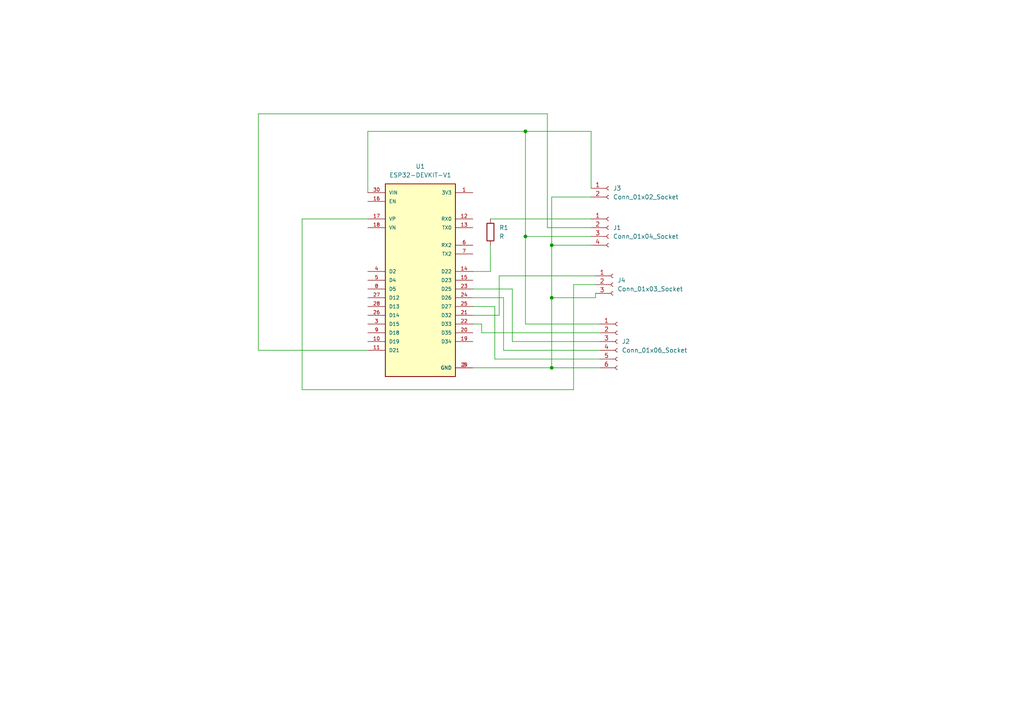
<source format=kicad_sch>
(kicad_sch (version 20230121) (generator eeschema)

  (uuid 4fb1fd80-0833-41a1-a390-6220bcd1882c)

  (paper "A4")

  (lib_symbols
    (symbol "Connector:Conn_01x02_Socket" (pin_names (offset 1.016) hide) (in_bom yes) (on_board yes)
      (property "Reference" "J" (at 0 2.54 0)
        (effects (font (size 1.27 1.27)))
      )
      (property "Value" "Conn_01x02_Socket" (at 0 -5.08 0)
        (effects (font (size 1.27 1.27)))
      )
      (property "Footprint" "" (at 0 0 0)
        (effects (font (size 1.27 1.27)) hide)
      )
      (property "Datasheet" "~" (at 0 0 0)
        (effects (font (size 1.27 1.27)) hide)
      )
      (property "ki_locked" "" (at 0 0 0)
        (effects (font (size 1.27 1.27)))
      )
      (property "ki_keywords" "connector" (at 0 0 0)
        (effects (font (size 1.27 1.27)) hide)
      )
      (property "ki_description" "Generic connector, single row, 01x02, script generated" (at 0 0 0)
        (effects (font (size 1.27 1.27)) hide)
      )
      (property "ki_fp_filters" "Connector*:*_1x??_*" (at 0 0 0)
        (effects (font (size 1.27 1.27)) hide)
      )
      (symbol "Conn_01x02_Socket_1_1"
        (arc (start 0 -2.032) (mid -0.5058 -2.54) (end 0 -3.048)
          (stroke (width 0.1524) (type default))
          (fill (type none))
        )
        (polyline
          (pts
            (xy -1.27 -2.54)
            (xy -0.508 -2.54)
          )
          (stroke (width 0.1524) (type default))
          (fill (type none))
        )
        (polyline
          (pts
            (xy -1.27 0)
            (xy -0.508 0)
          )
          (stroke (width 0.1524) (type default))
          (fill (type none))
        )
        (arc (start 0 0.508) (mid -0.5058 0) (end 0 -0.508)
          (stroke (width 0.1524) (type default))
          (fill (type none))
        )
        (pin passive line (at -5.08 0 0) (length 3.81)
          (name "Pin_1" (effects (font (size 1.27 1.27))))
          (number "1" (effects (font (size 1.27 1.27))))
        )
        (pin passive line (at -5.08 -2.54 0) (length 3.81)
          (name "Pin_2" (effects (font (size 1.27 1.27))))
          (number "2" (effects (font (size 1.27 1.27))))
        )
      )
    )
    (symbol "Connector:Conn_01x03_Socket" (pin_names (offset 1.016) hide) (in_bom yes) (on_board yes)
      (property "Reference" "J" (at 0 5.08 0)
        (effects (font (size 1.27 1.27)))
      )
      (property "Value" "Conn_01x03_Socket" (at 0 -5.08 0)
        (effects (font (size 1.27 1.27)))
      )
      (property "Footprint" "" (at 0 0 0)
        (effects (font (size 1.27 1.27)) hide)
      )
      (property "Datasheet" "~" (at 0 0 0)
        (effects (font (size 1.27 1.27)) hide)
      )
      (property "ki_locked" "" (at 0 0 0)
        (effects (font (size 1.27 1.27)))
      )
      (property "ki_keywords" "connector" (at 0 0 0)
        (effects (font (size 1.27 1.27)) hide)
      )
      (property "ki_description" "Generic connector, single row, 01x03, script generated" (at 0 0 0)
        (effects (font (size 1.27 1.27)) hide)
      )
      (property "ki_fp_filters" "Connector*:*_1x??_*" (at 0 0 0)
        (effects (font (size 1.27 1.27)) hide)
      )
      (symbol "Conn_01x03_Socket_1_1"
        (arc (start 0 -2.032) (mid -0.5058 -2.54) (end 0 -3.048)
          (stroke (width 0.1524) (type default))
          (fill (type none))
        )
        (polyline
          (pts
            (xy -1.27 -2.54)
            (xy -0.508 -2.54)
          )
          (stroke (width 0.1524) (type default))
          (fill (type none))
        )
        (polyline
          (pts
            (xy -1.27 0)
            (xy -0.508 0)
          )
          (stroke (width 0.1524) (type default))
          (fill (type none))
        )
        (polyline
          (pts
            (xy -1.27 2.54)
            (xy -0.508 2.54)
          )
          (stroke (width 0.1524) (type default))
          (fill (type none))
        )
        (arc (start 0 0.508) (mid -0.5058 0) (end 0 -0.508)
          (stroke (width 0.1524) (type default))
          (fill (type none))
        )
        (arc (start 0 3.048) (mid -0.5058 2.54) (end 0 2.032)
          (stroke (width 0.1524) (type default))
          (fill (type none))
        )
        (pin passive line (at -5.08 2.54 0) (length 3.81)
          (name "Pin_1" (effects (font (size 1.27 1.27))))
          (number "1" (effects (font (size 1.27 1.27))))
        )
        (pin passive line (at -5.08 0 0) (length 3.81)
          (name "Pin_2" (effects (font (size 1.27 1.27))))
          (number "2" (effects (font (size 1.27 1.27))))
        )
        (pin passive line (at -5.08 -2.54 0) (length 3.81)
          (name "Pin_3" (effects (font (size 1.27 1.27))))
          (number "3" (effects (font (size 1.27 1.27))))
        )
      )
    )
    (symbol "Connector:Conn_01x04_Socket" (pin_names (offset 1.016) hide) (in_bom yes) (on_board yes)
      (property "Reference" "J" (at 0 5.08 0)
        (effects (font (size 1.27 1.27)))
      )
      (property "Value" "Conn_01x04_Socket" (at 0 -7.62 0)
        (effects (font (size 1.27 1.27)))
      )
      (property "Footprint" "" (at 0 0 0)
        (effects (font (size 1.27 1.27)) hide)
      )
      (property "Datasheet" "~" (at 0 0 0)
        (effects (font (size 1.27 1.27)) hide)
      )
      (property "ki_locked" "" (at 0 0 0)
        (effects (font (size 1.27 1.27)))
      )
      (property "ki_keywords" "connector" (at 0 0 0)
        (effects (font (size 1.27 1.27)) hide)
      )
      (property "ki_description" "Generic connector, single row, 01x04, script generated" (at 0 0 0)
        (effects (font (size 1.27 1.27)) hide)
      )
      (property "ki_fp_filters" "Connector*:*_1x??_*" (at 0 0 0)
        (effects (font (size 1.27 1.27)) hide)
      )
      (symbol "Conn_01x04_Socket_1_1"
        (arc (start 0 -4.572) (mid -0.5058 -5.08) (end 0 -5.588)
          (stroke (width 0.1524) (type default))
          (fill (type none))
        )
        (arc (start 0 -2.032) (mid -0.5058 -2.54) (end 0 -3.048)
          (stroke (width 0.1524) (type default))
          (fill (type none))
        )
        (polyline
          (pts
            (xy -1.27 -5.08)
            (xy -0.508 -5.08)
          )
          (stroke (width 0.1524) (type default))
          (fill (type none))
        )
        (polyline
          (pts
            (xy -1.27 -2.54)
            (xy -0.508 -2.54)
          )
          (stroke (width 0.1524) (type default))
          (fill (type none))
        )
        (polyline
          (pts
            (xy -1.27 0)
            (xy -0.508 0)
          )
          (stroke (width 0.1524) (type default))
          (fill (type none))
        )
        (polyline
          (pts
            (xy -1.27 2.54)
            (xy -0.508 2.54)
          )
          (stroke (width 0.1524) (type default))
          (fill (type none))
        )
        (arc (start 0 0.508) (mid -0.5058 0) (end 0 -0.508)
          (stroke (width 0.1524) (type default))
          (fill (type none))
        )
        (arc (start 0 3.048) (mid -0.5058 2.54) (end 0 2.032)
          (stroke (width 0.1524) (type default))
          (fill (type none))
        )
        (pin passive line (at -5.08 2.54 0) (length 3.81)
          (name "Pin_1" (effects (font (size 1.27 1.27))))
          (number "1" (effects (font (size 1.27 1.27))))
        )
        (pin passive line (at -5.08 0 0) (length 3.81)
          (name "Pin_2" (effects (font (size 1.27 1.27))))
          (number "2" (effects (font (size 1.27 1.27))))
        )
        (pin passive line (at -5.08 -2.54 0) (length 3.81)
          (name "Pin_3" (effects (font (size 1.27 1.27))))
          (number "3" (effects (font (size 1.27 1.27))))
        )
        (pin passive line (at -5.08 -5.08 0) (length 3.81)
          (name "Pin_4" (effects (font (size 1.27 1.27))))
          (number "4" (effects (font (size 1.27 1.27))))
        )
      )
    )
    (symbol "Connector:Conn_01x06_Socket" (pin_names (offset 1.016) hide) (in_bom yes) (on_board yes)
      (property "Reference" "J" (at 0 7.62 0)
        (effects (font (size 1.27 1.27)))
      )
      (property "Value" "Conn_01x06_Socket" (at 0 -10.16 0)
        (effects (font (size 1.27 1.27)))
      )
      (property "Footprint" "" (at 0 0 0)
        (effects (font (size 1.27 1.27)) hide)
      )
      (property "Datasheet" "~" (at 0 0 0)
        (effects (font (size 1.27 1.27)) hide)
      )
      (property "ki_locked" "" (at 0 0 0)
        (effects (font (size 1.27 1.27)))
      )
      (property "ki_keywords" "connector" (at 0 0 0)
        (effects (font (size 1.27 1.27)) hide)
      )
      (property "ki_description" "Generic connector, single row, 01x06, script generated" (at 0 0 0)
        (effects (font (size 1.27 1.27)) hide)
      )
      (property "ki_fp_filters" "Connector*:*_1x??_*" (at 0 0 0)
        (effects (font (size 1.27 1.27)) hide)
      )
      (symbol "Conn_01x06_Socket_1_1"
        (arc (start 0 -7.112) (mid -0.5058 -7.62) (end 0 -8.128)
          (stroke (width 0.1524) (type default))
          (fill (type none))
        )
        (arc (start 0 -4.572) (mid -0.5058 -5.08) (end 0 -5.588)
          (stroke (width 0.1524) (type default))
          (fill (type none))
        )
        (arc (start 0 -2.032) (mid -0.5058 -2.54) (end 0 -3.048)
          (stroke (width 0.1524) (type default))
          (fill (type none))
        )
        (polyline
          (pts
            (xy -1.27 -7.62)
            (xy -0.508 -7.62)
          )
          (stroke (width 0.1524) (type default))
          (fill (type none))
        )
        (polyline
          (pts
            (xy -1.27 -5.08)
            (xy -0.508 -5.08)
          )
          (stroke (width 0.1524) (type default))
          (fill (type none))
        )
        (polyline
          (pts
            (xy -1.27 -2.54)
            (xy -0.508 -2.54)
          )
          (stroke (width 0.1524) (type default))
          (fill (type none))
        )
        (polyline
          (pts
            (xy -1.27 0)
            (xy -0.508 0)
          )
          (stroke (width 0.1524) (type default))
          (fill (type none))
        )
        (polyline
          (pts
            (xy -1.27 2.54)
            (xy -0.508 2.54)
          )
          (stroke (width 0.1524) (type default))
          (fill (type none))
        )
        (polyline
          (pts
            (xy -1.27 5.08)
            (xy -0.508 5.08)
          )
          (stroke (width 0.1524) (type default))
          (fill (type none))
        )
        (arc (start 0 0.508) (mid -0.5058 0) (end 0 -0.508)
          (stroke (width 0.1524) (type default))
          (fill (type none))
        )
        (arc (start 0 3.048) (mid -0.5058 2.54) (end 0 2.032)
          (stroke (width 0.1524) (type default))
          (fill (type none))
        )
        (arc (start 0 5.588) (mid -0.5058 5.08) (end 0 4.572)
          (stroke (width 0.1524) (type default))
          (fill (type none))
        )
        (pin passive line (at -5.08 5.08 0) (length 3.81)
          (name "Pin_1" (effects (font (size 1.27 1.27))))
          (number "1" (effects (font (size 1.27 1.27))))
        )
        (pin passive line (at -5.08 2.54 0) (length 3.81)
          (name "Pin_2" (effects (font (size 1.27 1.27))))
          (number "2" (effects (font (size 1.27 1.27))))
        )
        (pin passive line (at -5.08 0 0) (length 3.81)
          (name "Pin_3" (effects (font (size 1.27 1.27))))
          (number "3" (effects (font (size 1.27 1.27))))
        )
        (pin passive line (at -5.08 -2.54 0) (length 3.81)
          (name "Pin_4" (effects (font (size 1.27 1.27))))
          (number "4" (effects (font (size 1.27 1.27))))
        )
        (pin passive line (at -5.08 -5.08 0) (length 3.81)
          (name "Pin_5" (effects (font (size 1.27 1.27))))
          (number "5" (effects (font (size 1.27 1.27))))
        )
        (pin passive line (at -5.08 -7.62 0) (length 3.81)
          (name "Pin_6" (effects (font (size 1.27 1.27))))
          (number "6" (effects (font (size 1.27 1.27))))
        )
      )
    )
    (symbol "Device:R" (pin_numbers hide) (pin_names (offset 0)) (in_bom yes) (on_board yes)
      (property "Reference" "R" (at 2.032 0 90)
        (effects (font (size 1.27 1.27)))
      )
      (property "Value" "R" (at 0 0 90)
        (effects (font (size 1.27 1.27)))
      )
      (property "Footprint" "" (at -1.778 0 90)
        (effects (font (size 1.27 1.27)) hide)
      )
      (property "Datasheet" "~" (at 0 0 0)
        (effects (font (size 1.27 1.27)) hide)
      )
      (property "ki_keywords" "R res resistor" (at 0 0 0)
        (effects (font (size 1.27 1.27)) hide)
      )
      (property "ki_description" "Resistor" (at 0 0 0)
        (effects (font (size 1.27 1.27)) hide)
      )
      (property "ki_fp_filters" "R_*" (at 0 0 0)
        (effects (font (size 1.27 1.27)) hide)
      )
      (symbol "R_0_1"
        (rectangle (start -1.016 -2.54) (end 1.016 2.54)
          (stroke (width 0.254) (type default))
          (fill (type none))
        )
      )
      (symbol "R_1_1"
        (pin passive line (at 0 3.81 270) (length 1.27)
          (name "~" (effects (font (size 1.27 1.27))))
          (number "1" (effects (font (size 1.27 1.27))))
        )
        (pin passive line (at 0 -3.81 90) (length 1.27)
          (name "~" (effects (font (size 1.27 1.27))))
          (number "2" (effects (font (size 1.27 1.27))))
        )
      )
    )
    (symbol "ESP32-DEVKIT-V1:ESP32-DEVKIT-V1" (pin_names (offset 1.016)) (in_bom yes) (on_board yes)
      (property "Reference" "U" (at -10.16 30.48 0)
        (effects (font (size 1.27 1.27)) (justify left top))
      )
      (property "Value" "ESP32-DEVKIT-V1" (at -10.16 -30.48 0)
        (effects (font (size 1.27 1.27)) (justify left bottom))
      )
      (property "Footprint" "ESP32-DEVKIT-V1:MODULE_ESP32_DEVKIT_V1" (at 0 0 0)
        (effects (font (size 1.27 1.27)) (justify bottom) hide)
      )
      (property "Datasheet" "" (at 0 0 0)
        (effects (font (size 1.27 1.27)) hide)
      )
      (property "MF" "Do it" (at 0 0 0)
        (effects (font (size 1.27 1.27)) (justify bottom) hide)
      )
      (property "MAXIMUM_PACKAGE_HEIGHT" "6.8 mm" (at 0 0 0)
        (effects (font (size 1.27 1.27)) (justify bottom) hide)
      )
      (property "Package" "None" (at 0 0 0)
        (effects (font (size 1.27 1.27)) (justify bottom) hide)
      )
      (property "Price" "None" (at 0 0 0)
        (effects (font (size 1.27 1.27)) (justify bottom) hide)
      )
      (property "Check_prices" "https://www.snapeda.com/parts/ESP32-DEVKIT-V1/Do+it/view-part/?ref=eda" (at 0 0 0)
        (effects (font (size 1.27 1.27)) (justify bottom) hide)
      )
      (property "STANDARD" "Manufacturer Recommendations" (at 0 0 0)
        (effects (font (size 1.27 1.27)) (justify bottom) hide)
      )
      (property "PARTREV" "N/A" (at 0 0 0)
        (effects (font (size 1.27 1.27)) (justify bottom) hide)
      )
      (property "SnapEDA_Link" "https://www.snapeda.com/parts/ESP32-DEVKIT-V1/Do+it/view-part/?ref=snap" (at 0 0 0)
        (effects (font (size 1.27 1.27)) (justify bottom) hide)
      )
      (property "MP" "ESP32-DEVKIT-V1" (at 0 0 0)
        (effects (font (size 1.27 1.27)) (justify bottom) hide)
      )
      (property "Description" "\nDual core, Wi-Fi: 2.4 GHz up to 150 Mbits/s,BLE (Bluetooth Low Energy) and legacy Bluetooth, 32 bits, Up to 240 MHz\n" (at 0 0 0)
        (effects (font (size 1.27 1.27)) (justify bottom) hide)
      )
      (property "Availability" "Not in stock" (at 0 0 0)
        (effects (font (size 1.27 1.27)) (justify bottom) hide)
      )
      (property "MANUFACTURER" "DOIT" (at 0 0 0)
        (effects (font (size 1.27 1.27)) (justify bottom) hide)
      )
      (symbol "ESP32-DEVKIT-V1_0_0"
        (rectangle (start -10.16 -27.94) (end 10.16 27.94)
          (stroke (width 0.254) (type default))
          (fill (type background))
        )
        (pin output line (at 15.24 25.4 180) (length 5.08)
          (name "3V3" (effects (font (size 1.016 1.016))))
          (number "1" (effects (font (size 1.016 1.016))))
        )
        (pin bidirectional line (at -15.24 -17.78 0) (length 5.08)
          (name "D19" (effects (font (size 1.016 1.016))))
          (number "10" (effects (font (size 1.016 1.016))))
        )
        (pin bidirectional line (at -15.24 -20.32 0) (length 5.08)
          (name "D21" (effects (font (size 1.016 1.016))))
          (number "11" (effects (font (size 1.016 1.016))))
        )
        (pin input line (at 15.24 17.78 180) (length 5.08)
          (name "RX0" (effects (font (size 1.016 1.016))))
          (number "12" (effects (font (size 1.016 1.016))))
        )
        (pin output line (at 15.24 15.24 180) (length 5.08)
          (name "TX0" (effects (font (size 1.016 1.016))))
          (number "13" (effects (font (size 1.016 1.016))))
        )
        (pin bidirectional line (at 15.24 2.54 180) (length 5.08)
          (name "D22" (effects (font (size 1.016 1.016))))
          (number "14" (effects (font (size 1.016 1.016))))
        )
        (pin bidirectional line (at 15.24 0 180) (length 5.08)
          (name "D23" (effects (font (size 1.016 1.016))))
          (number "15" (effects (font (size 1.016 1.016))))
        )
        (pin input line (at -15.24 22.86 0) (length 5.08)
          (name "EN" (effects (font (size 1.016 1.016))))
          (number "16" (effects (font (size 1.016 1.016))))
        )
        (pin bidirectional line (at -15.24 17.78 0) (length 5.08)
          (name "VP" (effects (font (size 1.016 1.016))))
          (number "17" (effects (font (size 1.016 1.016))))
        )
        (pin bidirectional line (at -15.24 15.24 0) (length 5.08)
          (name "VN" (effects (font (size 1.016 1.016))))
          (number "18" (effects (font (size 1.016 1.016))))
        )
        (pin bidirectional line (at 15.24 -17.78 180) (length 5.08)
          (name "D34" (effects (font (size 1.016 1.016))))
          (number "19" (effects (font (size 1.016 1.016))))
        )
        (pin power_in line (at 15.24 -25.4 180) (length 5.08)
          (name "GND" (effects (font (size 1.016 1.016))))
          (number "2" (effects (font (size 1.016 1.016))))
        )
        (pin bidirectional line (at 15.24 -15.24 180) (length 5.08)
          (name "D35" (effects (font (size 1.016 1.016))))
          (number "20" (effects (font (size 1.016 1.016))))
        )
        (pin bidirectional line (at 15.24 -10.16 180) (length 5.08)
          (name "D32" (effects (font (size 1.016 1.016))))
          (number "21" (effects (font (size 1.016 1.016))))
        )
        (pin bidirectional line (at 15.24 -12.7 180) (length 5.08)
          (name "D33" (effects (font (size 1.016 1.016))))
          (number "22" (effects (font (size 1.016 1.016))))
        )
        (pin bidirectional line (at 15.24 -2.54 180) (length 5.08)
          (name "D25" (effects (font (size 1.016 1.016))))
          (number "23" (effects (font (size 1.016 1.016))))
        )
        (pin bidirectional line (at 15.24 -5.08 180) (length 5.08)
          (name "D26" (effects (font (size 1.016 1.016))))
          (number "24" (effects (font (size 1.016 1.016))))
        )
        (pin bidirectional line (at 15.24 -7.62 180) (length 5.08)
          (name "D27" (effects (font (size 1.016 1.016))))
          (number "25" (effects (font (size 1.016 1.016))))
        )
        (pin bidirectional line (at -15.24 -10.16 0) (length 5.08)
          (name "D14" (effects (font (size 1.016 1.016))))
          (number "26" (effects (font (size 1.016 1.016))))
        )
        (pin bidirectional line (at -15.24 -5.08 0) (length 5.08)
          (name "D12" (effects (font (size 1.016 1.016))))
          (number "27" (effects (font (size 1.016 1.016))))
        )
        (pin bidirectional line (at -15.24 -7.62 0) (length 5.08)
          (name "D13" (effects (font (size 1.016 1.016))))
          (number "28" (effects (font (size 1.016 1.016))))
        )
        (pin power_in line (at 15.24 -25.4 180) (length 5.08)
          (name "GND" (effects (font (size 1.016 1.016))))
          (number "29" (effects (font (size 1.016 1.016))))
        )
        (pin bidirectional line (at -15.24 -12.7 0) (length 5.08)
          (name "D15" (effects (font (size 1.016 1.016))))
          (number "3" (effects (font (size 1.016 1.016))))
        )
        (pin input line (at -15.24 25.4 0) (length 5.08)
          (name "VIN" (effects (font (size 1.016 1.016))))
          (number "30" (effects (font (size 1.016 1.016))))
        )
        (pin bidirectional line (at -15.24 2.54 0) (length 5.08)
          (name "D2" (effects (font (size 1.016 1.016))))
          (number "4" (effects (font (size 1.016 1.016))))
        )
        (pin bidirectional line (at -15.24 0 0) (length 5.08)
          (name "D4" (effects (font (size 1.016 1.016))))
          (number "5" (effects (font (size 1.016 1.016))))
        )
        (pin input line (at 15.24 10.16 180) (length 5.08)
          (name "RX2" (effects (font (size 1.016 1.016))))
          (number "6" (effects (font (size 1.016 1.016))))
        )
        (pin output line (at 15.24 7.62 180) (length 5.08)
          (name "TX2" (effects (font (size 1.016 1.016))))
          (number "7" (effects (font (size 1.016 1.016))))
        )
        (pin bidirectional line (at -15.24 -2.54 0) (length 5.08)
          (name "D5" (effects (font (size 1.016 1.016))))
          (number "8" (effects (font (size 1.016 1.016))))
        )
        (pin bidirectional line (at -15.24 -15.24 0) (length 5.08)
          (name "D18" (effects (font (size 1.016 1.016))))
          (number "9" (effects (font (size 1.016 1.016))))
        )
      )
    )
  )

  (junction (at 160.02 86.36) (diameter 0) (color 0 0 0 0)
    (uuid 09c50870-95e4-4e98-98b0-076bc027f0bd)
  )
  (junction (at 160.02 106.68) (diameter 0) (color 0 0 0 0)
    (uuid 377e2838-0601-494e-81ff-e78b7c3329b7)
  )
  (junction (at 152.4 38.1) (diameter 0) (color 0 0 0 0)
    (uuid 6ad24dda-af28-4e6e-bfc5-95f737b23927)
  )
  (junction (at 152.4 68.58) (diameter 0) (color 0 0 0 0)
    (uuid 6d210e16-5841-45fb-a09a-936d43927444)
  )
  (junction (at 160.02 71.12) (diameter 0) (color 0 0 0 0)
    (uuid 71739c6e-de74-4b95-9f68-fc60283e9196)
  )

  (wire (pts (xy 171.45 66.04) (xy 158.75 66.04))
    (stroke (width 0) (type default))
    (uuid 002186db-f73a-4c4c-a2d3-d8c858731e2f)
  )
  (wire (pts (xy 173.99 106.68) (xy 160.02 106.68))
    (stroke (width 0) (type default))
    (uuid 04356322-4c7c-4159-8e55-39eaeebbfe18)
  )
  (wire (pts (xy 171.45 38.1) (xy 152.4 38.1))
    (stroke (width 0) (type default))
    (uuid 0714a4e6-2266-41e1-8c81-ee134b0330af)
  )
  (wire (pts (xy 137.16 86.36) (xy 146.05 86.36))
    (stroke (width 0) (type default))
    (uuid 0cf7fbcd-98f2-4f6f-892b-7a7db9e41281)
  )
  (wire (pts (xy 160.02 71.12) (xy 171.45 71.12))
    (stroke (width 0) (type default))
    (uuid 1da1138d-480f-4715-8102-3894a6b75f15)
  )
  (wire (pts (xy 137.16 83.82) (xy 148.59 83.82))
    (stroke (width 0) (type default))
    (uuid 234cbad4-d7bf-4c76-ab24-8b10d5731bc7)
  )
  (wire (pts (xy 106.68 63.5) (xy 87.63 63.5))
    (stroke (width 0) (type default))
    (uuid 26d8f67d-95fb-413e-9a8a-967f4b02360d)
  )
  (wire (pts (xy 172.72 86.36) (xy 160.02 86.36))
    (stroke (width 0) (type default))
    (uuid 277c3ced-67ed-4ba0-aa77-202a44590571)
  )
  (wire (pts (xy 74.93 33.02) (xy 74.93 101.6))
    (stroke (width 0) (type default))
    (uuid 2995ff1b-f12d-4a8f-8eaf-18e8ffa0b165)
  )
  (wire (pts (xy 143.51 104.14) (xy 143.51 88.9))
    (stroke (width 0) (type default))
    (uuid 2d676598-2506-4576-b3e7-e96af50425ab)
  )
  (wire (pts (xy 160.02 86.36) (xy 160.02 106.68))
    (stroke (width 0) (type default))
    (uuid 2e609b5d-2df7-4e64-9203-1f0f79638e54)
  )
  (wire (pts (xy 160.02 57.15) (xy 160.02 71.12))
    (stroke (width 0) (type default))
    (uuid 2efda2c9-2234-4751-9c5d-4c5a5846a301)
  )
  (wire (pts (xy 143.51 104.14) (xy 173.99 104.14))
    (stroke (width 0) (type default))
    (uuid 2fb1fb8d-e0b7-4fff-a0ca-c978c194c37f)
  )
  (wire (pts (xy 148.59 99.06) (xy 148.59 83.82))
    (stroke (width 0) (type default))
    (uuid 3aa34bd1-1dae-4a13-849b-165183d68eea)
  )
  (wire (pts (xy 142.24 63.5) (xy 171.45 63.5))
    (stroke (width 0) (type default))
    (uuid 3b6ee8fc-af6c-4052-a2d6-cfacd8ec8754)
  )
  (wire (pts (xy 106.68 38.1) (xy 106.68 55.88))
    (stroke (width 0) (type default))
    (uuid 3bfd9b53-fdf9-4409-937a-86eee913c9ac)
  )
  (wire (pts (xy 142.24 71.12) (xy 142.24 78.74))
    (stroke (width 0) (type default))
    (uuid 45d92d36-ed28-4f89-a18e-934bafe6375f)
  )
  (wire (pts (xy 173.99 93.98) (xy 152.4 93.98))
    (stroke (width 0) (type default))
    (uuid 49250b77-f47e-4eea-b34c-87c5c33fd916)
  )
  (wire (pts (xy 166.37 113.03) (xy 166.37 82.55))
    (stroke (width 0) (type default))
    (uuid 4c864ec1-1ef4-47ce-83c4-bd97eb612c6c)
  )
  (wire (pts (xy 87.63 63.5) (xy 87.63 113.03))
    (stroke (width 0) (type default))
    (uuid 4e386b03-6769-4aae-8e4a-3efceb3c515f)
  )
  (wire (pts (xy 144.78 91.44) (xy 144.78 80.01))
    (stroke (width 0) (type default))
    (uuid 6678a0ce-848b-4c3e-9dfd-a6075d74f0d9)
  )
  (wire (pts (xy 152.4 68.58) (xy 152.4 93.98))
    (stroke (width 0) (type default))
    (uuid 68243751-6a2d-4759-a5d9-a7acd7681cc3)
  )
  (wire (pts (xy 171.45 38.1) (xy 171.45 54.61))
    (stroke (width 0) (type default))
    (uuid 6aa57377-8639-4d0a-87ae-5b017c6d4f13)
  )
  (wire (pts (xy 137.16 91.44) (xy 144.78 91.44))
    (stroke (width 0) (type default))
    (uuid 6f752caa-6966-4d62-a494-5635f685aa4a)
  )
  (wire (pts (xy 172.72 85.09) (xy 172.72 86.36))
    (stroke (width 0) (type default))
    (uuid 703db611-61f2-4b94-b530-d438b4aa914c)
  )
  (wire (pts (xy 160.02 71.12) (xy 160.02 86.36))
    (stroke (width 0) (type default))
    (uuid 75a10029-e136-4f23-a32e-29ebdd7eb488)
  )
  (wire (pts (xy 152.4 68.58) (xy 171.45 68.58))
    (stroke (width 0) (type default))
    (uuid 78afc588-b7e2-45f9-8921-e0c465b16928)
  )
  (wire (pts (xy 158.75 33.02) (xy 74.93 33.02))
    (stroke (width 0) (type default))
    (uuid 79fe38db-81d9-431f-9d5c-eb654ffdad2e)
  )
  (wire (pts (xy 74.93 101.6) (xy 106.68 101.6))
    (stroke (width 0) (type default))
    (uuid 7f7e55a8-2155-4282-98ee-b188cc7421bf)
  )
  (wire (pts (xy 166.37 82.55) (xy 172.72 82.55))
    (stroke (width 0) (type default))
    (uuid 87cdade0-b56b-428a-891d-b355078ea334)
  )
  (wire (pts (xy 139.7 96.52) (xy 139.7 93.98))
    (stroke (width 0) (type default))
    (uuid 89ed538d-901c-4bf4-b689-10fd5bc33fd9)
  )
  (wire (pts (xy 144.78 80.01) (xy 172.72 80.01))
    (stroke (width 0) (type default))
    (uuid 8c1d9e27-5ec4-4d91-bcdd-52a056ac6e71)
  )
  (wire (pts (xy 137.16 88.9) (xy 143.51 88.9))
    (stroke (width 0) (type default))
    (uuid 926f9784-4750-4e59-b4e2-f7bddee067c5)
  )
  (wire (pts (xy 137.16 93.98) (xy 139.7 93.98))
    (stroke (width 0) (type default))
    (uuid 93d5f4e5-1aa4-4d21-8b3f-3b2c073a0d5a)
  )
  (wire (pts (xy 148.59 99.06) (xy 173.99 99.06))
    (stroke (width 0) (type default))
    (uuid a1979242-070d-48db-b97a-b5eca8720395)
  )
  (wire (pts (xy 146.05 101.6) (xy 173.99 101.6))
    (stroke (width 0) (type default))
    (uuid b0437cf6-7eb8-428a-93d1-18ea4f7d71da)
  )
  (wire (pts (xy 106.68 38.1) (xy 152.4 38.1))
    (stroke (width 0) (type default))
    (uuid b30e6a47-eee0-4ae1-9587-cf38af7db0bf)
  )
  (wire (pts (xy 142.24 78.74) (xy 137.16 78.74))
    (stroke (width 0) (type default))
    (uuid b9929f2b-65e2-45ad-9a12-4afc7cf78e56)
  )
  (wire (pts (xy 173.99 96.52) (xy 139.7 96.52))
    (stroke (width 0) (type default))
    (uuid c778ea5a-521a-4eb4-8920-6350a9279d74)
  )
  (wire (pts (xy 158.75 66.04) (xy 158.75 33.02))
    (stroke (width 0) (type default))
    (uuid d03a9432-68d8-4c3e-977f-ca3558eea80f)
  )
  (wire (pts (xy 137.16 106.68) (xy 160.02 106.68))
    (stroke (width 0) (type default))
    (uuid e1cb6e59-2b85-4116-8276-b9ad173814ad)
  )
  (wire (pts (xy 152.4 38.1) (xy 152.4 68.58))
    (stroke (width 0) (type default))
    (uuid e5efbf2a-9000-4eff-b9fc-7da35c5990c0)
  )
  (wire (pts (xy 171.45 57.15) (xy 160.02 57.15))
    (stroke (width 0) (type default))
    (uuid f04404cf-2f69-415b-998b-d8ee969b9d3f)
  )
  (wire (pts (xy 146.05 86.36) (xy 146.05 101.6))
    (stroke (width 0) (type default))
    (uuid f34d0683-57cf-485f-9c06-a3f12464f8d1)
  )
  (wire (pts (xy 87.63 113.03) (xy 166.37 113.03))
    (stroke (width 0) (type default))
    (uuid fe20d763-3578-495a-8f5f-cac72ec9140e)
  )

  (symbol (lib_id "Connector:Conn_01x06_Socket") (at 179.07 99.06 0) (unit 1)
    (in_bom yes) (on_board yes) (dnp no) (fields_autoplaced)
    (uuid 02d0f093-4888-4dc4-8980-f6549a28f204)
    (property "Reference" "J2" (at 180.34 99.06 0)
      (effects (font (size 1.27 1.27)) (justify left))
    )
    (property "Value" "Conn_01x06_Socket" (at 180.34 101.6 0)
      (effects (font (size 1.27 1.27)) (justify left))
    )
    (property "Footprint" "Connector_PinSocket_2.54mm:PinSocket_1x06_P2.54mm_Vertical" (at 179.07 99.06 0)
      (effects (font (size 1.27 1.27)) hide)
    )
    (property "Datasheet" "~" (at 179.07 99.06 0)
      (effects (font (size 1.27 1.27)) hide)
    )
    (pin "1" (uuid 03048adb-5116-4806-a8aa-0b5b5d7c6fff))
    (pin "2" (uuid 57192b90-2307-4a2f-803a-95a4616b3013))
    (pin "3" (uuid df11c2e9-f6ab-41e0-a81c-d78386091d9d))
    (pin "4" (uuid 81a14a83-4527-4562-be1b-6be44aa37452))
    (pin "5" (uuid acda7322-fb2d-4297-9600-0a12f87f6fac))
    (pin "6" (uuid f2c23235-adb6-4bcd-9f6e-b71d76eb3f6c))
    (instances
      (project "bsf"
        (path "/4fb1fd80-0833-41a1-a390-6220bcd1882c"
          (reference "J2") (unit 1)
        )
      )
    )
  )

  (symbol (lib_id "ESP32-DEVKIT-V1:ESP32-DEVKIT-V1") (at 121.92 81.28 0) (unit 1)
    (in_bom yes) (on_board yes) (dnp no) (fields_autoplaced)
    (uuid 2cd0fa88-f9e9-43cb-806d-dee10a8f034f)
    (property "Reference" "U1" (at 121.92 48.26 0)
      (effects (font (size 1.27 1.27)))
    )
    (property "Value" "ESP32-DEVKIT-V1" (at 121.92 50.8 0)
      (effects (font (size 1.27 1.27)))
    )
    (property "Footprint" "Library-MM:DOIT-ESP32-MM" (at 121.92 81.28 0)
      (effects (font (size 1.27 1.27)) (justify bottom) hide)
    )
    (property "Datasheet" "" (at 121.92 81.28 0)
      (effects (font (size 1.27 1.27)) hide)
    )
    (property "MF" "Do it" (at 121.92 81.28 0)
      (effects (font (size 1.27 1.27)) (justify bottom) hide)
    )
    (property "MAXIMUM_PACKAGE_HEIGHT" "6.8 mm" (at 121.92 81.28 0)
      (effects (font (size 1.27 1.27)) (justify bottom) hide)
    )
    (property "Package" "None" (at 121.92 81.28 0)
      (effects (font (size 1.27 1.27)) (justify bottom) hide)
    )
    (property "Price" "None" (at 121.92 81.28 0)
      (effects (font (size 1.27 1.27)) (justify bottom) hide)
    )
    (property "Check_prices" "https://www.snapeda.com/parts/ESP32-DEVKIT-V1/Do+it/view-part/?ref=eda" (at 121.92 81.28 0)
      (effects (font (size 1.27 1.27)) (justify bottom) hide)
    )
    (property "STANDARD" "Manufacturer Recommendations" (at 121.92 81.28 0)
      (effects (font (size 1.27 1.27)) (justify bottom) hide)
    )
    (property "PARTREV" "N/A" (at 121.92 81.28 0)
      (effects (font (size 1.27 1.27)) (justify bottom) hide)
    )
    (property "SnapEDA_Link" "https://www.snapeda.com/parts/ESP32-DEVKIT-V1/Do+it/view-part/?ref=snap" (at 121.92 81.28 0)
      (effects (font (size 1.27 1.27)) (justify bottom) hide)
    )
    (property "MP" "ESP32-DEVKIT-V1" (at 121.92 81.28 0)
      (effects (font (size 1.27 1.27)) (justify bottom) hide)
    )
    (property "Description" "\nDual core, Wi-Fi: 2.4 GHz up to 150 Mbits/s,BLE (Bluetooth Low Energy) and legacy Bluetooth, 32 bits, Up to 240 MHz\n" (at 121.92 81.28 0)
      (effects (font (size 1.27 1.27)) (justify bottom) hide)
    )
    (property "Availability" "Not in stock" (at 121.92 81.28 0)
      (effects (font (size 1.27 1.27)) (justify bottom) hide)
    )
    (property "MANUFACTURER" "DOIT" (at 121.92 81.28 0)
      (effects (font (size 1.27 1.27)) (justify bottom) hide)
    )
    (pin "1" (uuid d46cc55f-0df6-4e12-99a5-c438d2ae2adc))
    (pin "10" (uuid b1ce68a6-63f1-40a2-90ad-4e0bcb0a4ac3))
    (pin "11" (uuid 7ae57e49-8f63-4566-8ff6-a904570efeba))
    (pin "12" (uuid fa372559-f29d-4e52-84eb-af41d831a64d))
    (pin "13" (uuid e9848190-e834-46e0-a763-68e7c60ede3c))
    (pin "14" (uuid f7cc0fa1-3d38-484a-ac78-b3bb61cf96a9))
    (pin "15" (uuid b03f757a-8925-4898-9c45-27d40a25b943))
    (pin "16" (uuid b6affcfa-5ce4-43ed-bcbf-8e7e693d2058))
    (pin "17" (uuid c4232aa3-5a04-4d17-b768-2099cf97e573))
    (pin "18" (uuid d8f04add-aca1-4762-8aae-553341823ba9))
    (pin "19" (uuid 735730c3-5f0a-41ce-9d60-82ec8c343c85))
    (pin "2" (uuid eec92ef9-87ab-4cac-b431-6b211e757fae))
    (pin "20" (uuid 52a856a5-6949-415f-99db-f19406b0eabd))
    (pin "21" (uuid 166f3774-8632-45c7-b11e-d404053d08c4))
    (pin "22" (uuid c73013e1-9d8e-493f-acb5-0175f2015e12))
    (pin "23" (uuid 909d1c4b-bee3-4ee2-a042-7321f9c85ef2))
    (pin "24" (uuid ff4308cd-d5ca-4b1e-a033-607f0f7712de))
    (pin "25" (uuid b2ddd47a-9156-4c4a-a490-739bd0914c3b))
    (pin "26" (uuid ca89bd42-e854-4f84-8a54-0202b699c242))
    (pin "27" (uuid 4096a401-c8ea-4f4e-92f7-a3fe1ffeb891))
    (pin "28" (uuid c4181353-efe7-4cf5-81ee-20e34fcca0bb))
    (pin "29" (uuid cc0631c0-5e52-4f0a-ac33-484eb7b431f3))
    (pin "3" (uuid d32918f7-fb1f-46be-a409-580cb0f75081))
    (pin "30" (uuid d920a266-6ee2-4c09-9de2-64285df52039))
    (pin "4" (uuid 140e7520-4a94-4b53-8459-eb591b2e11e4))
    (pin "5" (uuid 68df6e93-7067-4526-995b-ca2ca135629c))
    (pin "6" (uuid fa4d3c92-ce6a-4e62-b432-1b2cd60b9f36))
    (pin "7" (uuid 21e49983-dba4-43b4-82b5-1735944c42c1))
    (pin "8" (uuid 4fb758ef-4859-43d7-a0f6-b515f100706c))
    (pin "9" (uuid 0f567ac6-5939-4950-9b52-c33f6dd666b0))
    (instances
      (project "bsf"
        (path "/4fb1fd80-0833-41a1-a390-6220bcd1882c"
          (reference "U1") (unit 1)
        )
      )
    )
  )

  (symbol (lib_id "Connector:Conn_01x04_Socket") (at 176.53 66.04 0) (unit 1)
    (in_bom yes) (on_board yes) (dnp no) (fields_autoplaced)
    (uuid a43c42ad-88a7-491a-a4e0-9fd4b01d1ca8)
    (property "Reference" "J1" (at 177.8 66.04 0)
      (effects (font (size 1.27 1.27)) (justify left))
    )
    (property "Value" "Conn_01x04_Socket" (at 177.8 68.58 0)
      (effects (font (size 1.27 1.27)) (justify left))
    )
    (property "Footprint" "Connector_PinSocket_2.54mm:PinSocket_1x04_P2.54mm_Vertical" (at 176.53 66.04 0)
      (effects (font (size 1.27 1.27)) hide)
    )
    (property "Datasheet" "~" (at 176.53 66.04 0)
      (effects (font (size 1.27 1.27)) hide)
    )
    (pin "1" (uuid 3680a7a7-733a-4bee-b153-b39a6915ea0d))
    (pin "2" (uuid 5f567297-e152-4432-bdae-859c025ab96c))
    (pin "3" (uuid f80f24ce-b628-47c0-a170-1d895cd704dd))
    (pin "4" (uuid 71848e16-7b9c-4eff-bbaf-0a94f08c59dc))
    (instances
      (project "bsf"
        (path "/4fb1fd80-0833-41a1-a390-6220bcd1882c"
          (reference "J1") (unit 1)
        )
      )
    )
  )

  (symbol (lib_id "Connector:Conn_01x03_Socket") (at 177.8 82.55 0) (unit 1)
    (in_bom yes) (on_board yes) (dnp no) (fields_autoplaced)
    (uuid ad04afc7-5cb6-4d47-8e90-284d7cfe3edd)
    (property "Reference" "J4" (at 179.07 81.28 0)
      (effects (font (size 1.27 1.27)) (justify left))
    )
    (property "Value" "Conn_01x03_Socket" (at 179.07 83.82 0)
      (effects (font (size 1.27 1.27)) (justify left))
    )
    (property "Footprint" "Connector_PinSocket_2.54mm:PinSocket_1x03_P2.54mm_Vertical" (at 177.8 82.55 0)
      (effects (font (size 1.27 1.27)) hide)
    )
    (property "Datasheet" "~" (at 177.8 82.55 0)
      (effects (font (size 1.27 1.27)) hide)
    )
    (pin "1" (uuid a5bfe6a6-b225-43b6-be39-7b1d38104396))
    (pin "2" (uuid 81869965-4f18-4a41-b6f5-6861d996ed1a))
    (pin "3" (uuid 5d4e0ca3-157e-4af0-8e37-5036a5eeb8bc))
    (instances
      (project "bsf"
        (path "/4fb1fd80-0833-41a1-a390-6220bcd1882c"
          (reference "J4") (unit 1)
        )
      )
    )
  )

  (symbol (lib_id "Connector:Conn_01x02_Socket") (at 176.53 54.61 0) (unit 1)
    (in_bom yes) (on_board yes) (dnp no) (fields_autoplaced)
    (uuid d8b815c2-cda8-48d7-851d-1d7c0c949625)
    (property "Reference" "J3" (at 177.8 54.61 0)
      (effects (font (size 1.27 1.27)) (justify left))
    )
    (property "Value" "Conn_01x02_Socket" (at 177.8 57.15 0)
      (effects (font (size 1.27 1.27)) (justify left))
    )
    (property "Footprint" "Connector_PinSocket_2.54mm:PinSocket_1x02_P2.54mm_Vertical" (at 176.53 54.61 0)
      (effects (font (size 1.27 1.27)) hide)
    )
    (property "Datasheet" "~" (at 176.53 54.61 0)
      (effects (font (size 1.27 1.27)) hide)
    )
    (pin "1" (uuid ddc7877f-9ea5-4b18-a53e-fd1ebda95f25))
    (pin "2" (uuid 513a4a88-d3df-4946-b126-d8af3da21fce))
    (instances
      (project "bsf"
        (path "/4fb1fd80-0833-41a1-a390-6220bcd1882c"
          (reference "J3") (unit 1)
        )
      )
    )
  )

  (symbol (lib_id "Device:R") (at 142.24 67.31 0) (unit 1)
    (in_bom yes) (on_board yes) (dnp no) (fields_autoplaced)
    (uuid eebd8b6b-eef6-4bf4-b1b4-feb3b2f4e220)
    (property "Reference" "R1" (at 144.78 66.04 0)
      (effects (font (size 1.27 1.27)) (justify left))
    )
    (property "Value" "R" (at 144.78 68.58 0)
      (effects (font (size 1.27 1.27)) (justify left))
    )
    (property "Footprint" "Resistor_SMD:R_0201_0603Metric_Pad0.64x0.40mm_HandSolder" (at 140.462 67.31 90)
      (effects (font (size 1.27 1.27)) hide)
    )
    (property "Datasheet" "~" (at 142.24 67.31 0)
      (effects (font (size 1.27 1.27)) hide)
    )
    (pin "1" (uuid d681fa93-eaa2-470c-8970-d53d13fa12ec))
    (pin "2" (uuid 35de3952-1079-4f7c-8926-5b01dca735fb))
    (instances
      (project "bsf"
        (path "/4fb1fd80-0833-41a1-a390-6220bcd1882c"
          (reference "R1") (unit 1)
        )
      )
    )
  )

  (sheet_instances
    (path "/" (page "1"))
  )
)

</source>
